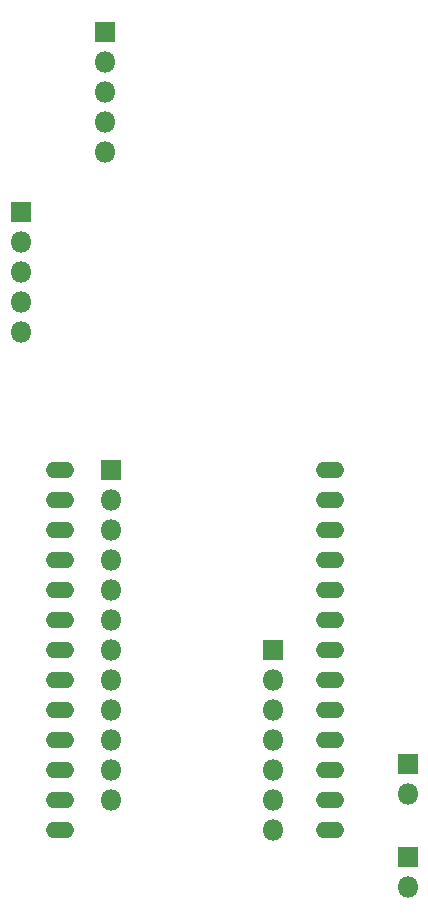
<source format=gbr>
%TF.GenerationSoftware,KiCad,Pcbnew,(5.1.6)-1*%
%TF.CreationDate,2021-04-30T10:44:39-04:00*%
%TF.ProjectId,Engine_Doctor_v0.1,456e6769-6e65-45f4-946f-63746f725f76,rev?*%
%TF.SameCoordinates,Original*%
%TF.FileFunction,Soldermask,Top*%
%TF.FilePolarity,Negative*%
%FSLAX46Y46*%
G04 Gerber Fmt 4.6, Leading zero omitted, Abs format (unit mm)*
G04 Created by KiCad (PCBNEW (5.1.6)-1) date 2021-04-30 10:44:39*
%MOMM*%
%LPD*%
G01*
G04 APERTURE LIST*
%ADD10O,1.800000X1.800000*%
%ADD11R,1.800000X1.800000*%
%ADD12O,2.386000X1.370000*%
G04 APERTURE END LIST*
D10*
%TO.C,J2*%
X193294000Y-90424000D03*
X193294000Y-87884000D03*
X193294000Y-85344000D03*
X193294000Y-82804000D03*
D11*
X193294000Y-80264000D03*
%TD*%
D12*
%TO.C,U1*%
X189484000Y-132588000D03*
X212344000Y-132588000D03*
X189484000Y-130048000D03*
X189484000Y-127508000D03*
X189484000Y-124968000D03*
X189484000Y-122428000D03*
X189484000Y-119888000D03*
X189484000Y-117348000D03*
X212344000Y-130048000D03*
X212344000Y-127508000D03*
X212344000Y-124968000D03*
X212344000Y-122428000D03*
X212344000Y-119888000D03*
X212344000Y-117348000D03*
X212344000Y-135128000D03*
X212344000Y-137668000D03*
X212344000Y-140208000D03*
X212344000Y-142748000D03*
X212344000Y-145288000D03*
X212344000Y-147828000D03*
X189484000Y-135128000D03*
X189484000Y-137668000D03*
X189484000Y-140208000D03*
X189484000Y-142748000D03*
X189484000Y-145288000D03*
X189484000Y-147828000D03*
%TD*%
D11*
%TO.C,J1*%
X186182000Y-95504000D03*
D10*
X186182000Y-98044000D03*
X186182000Y-100584000D03*
X186182000Y-103124000D03*
X186182000Y-105664000D03*
%TD*%
%TO.C,J3*%
X218948000Y-152654000D03*
D11*
X218948000Y-150114000D03*
%TD*%
%TO.C,SW1*%
X218948000Y-142240000D03*
D10*
X218948000Y-144780000D03*
%TD*%
D11*
%TO.C,J4*%
X193802000Y-117348000D03*
D10*
X193802000Y-119888000D03*
X193802000Y-122428000D03*
X193802000Y-124968000D03*
X193802000Y-127508000D03*
X193802000Y-130048000D03*
X193802000Y-132588000D03*
X193802000Y-135128000D03*
X193802000Y-137668000D03*
X193802000Y-140208000D03*
X193802000Y-142748000D03*
X193802000Y-145288000D03*
%TD*%
D11*
%TO.C,J5*%
X207518000Y-132588000D03*
D10*
X207518000Y-135128000D03*
X207518000Y-137668000D03*
X207518000Y-140208000D03*
X207518000Y-142748000D03*
X207518000Y-145288000D03*
X207518000Y-147828000D03*
%TD*%
M02*

</source>
